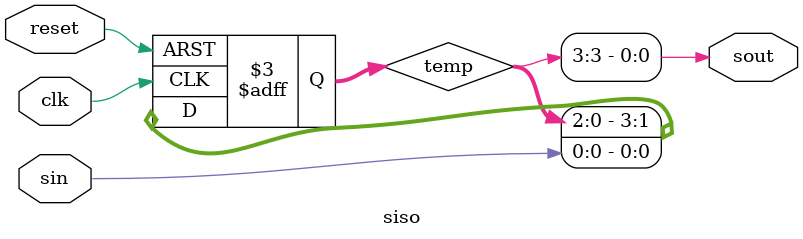
<source format=v>
module siso(input clk, reset, sin, output reg sout);
reg [3:0] temp;
always @(posedge clk or posedge reset) begin
 if(reset) temp <= 0;
 else temp <= {temp[2:0], sin};
end
always @(*) sout = temp[3];
endmodule

</source>
